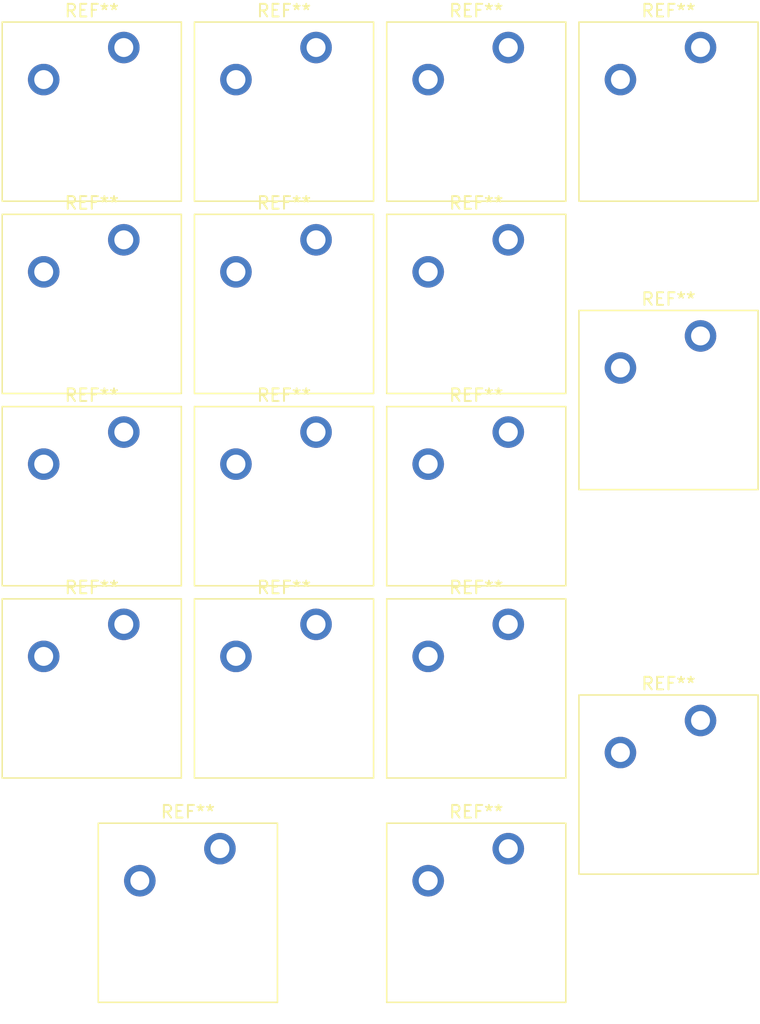
<source format=kicad_pcb>
(kicad_pcb (version 20221018) (generator pcbnew)
  (title_block (title "unpad") (date "21/09/23") (rev "0.1"))
  (layers (0 "F.Cu" signal) (31 "B.Cu" signal) (34 "B.Paste" user) (35 "F.Paste" user) (36 "B.SilkS" user "B.Silkscreen") (37 "F.SilkS" user "F.Silkscreen") (38 "B.Mask" user) (39 "F.Mask" user) (44 "Edge.Cuts" user))
  (net 0 "")
  (footprint "unkeyboard:SW_Cherry_MX_PCB" (layer "F.Cu") (at 88.9 114.3)
    (fp_text reference "REF**" (at 0 -8) (layer "F.SilkS"))
    (fp_text value "SW_Cherry_MX_PCB")
    (fp_line (start -7.1 -7.1) (end -7.1 7.1) (stroke (width 0.12)) (layer "F.SilkS"))
    (fp_line (start -7.1 7.1) (end 7.1 7.1) (stroke (width 0.12)) (layer "F.SilkS"))
    (fp_line (start 7.1 -7.1) (end -7.1 -7.1) (stroke (width 0.12)) (layer "F.SilkS"))
    (fp_line (start 7.1 7.1) (end 7.1 -7.1) (stroke (width 0.12)) (layer "F.SilkS"))
    (pad "" np_thru_hole circle (at -5.08 0) (size 1.75 1.75) (drill 1.75) (layers "F&B.Cu" "*.Mask"))
    (pad "" np_thru_hole circle (at 0 0) (size 4 4) (drill 4) (layers "F&B.Cu" "*.Mask"))
    (pad "" np_thru_hole circle (at 5.08 0) (size 1.75 1.75) (drill 1.75) (layers "F&B.Cu" "*.Mask"))
    (pad "1" thru_hole circle (at -3.81 -2.54) (size 2.5 2.5) (drill 1.5) (layers "*.Cu" "B.Mask"))
    (pad "2" thru_hole circle (at 2.54 -5.08) (size 2.5 2.5) (drill 1.5) (layers "*.Cu" "B.Mask"))
  )
  (footprint "unkeyboard:SW_Cherry_MX_PCB" (layer "F.Cu") (at 88.9 68.58)
    (fp_text reference "REF**" (at 0 -8) (layer "F.SilkS"))
    (fp_text value "SW_Cherry_MX_PCB")
    (fp_line (start -7.1 -7.1) (end -7.1 7.1) (stroke (width 0.12)) (layer "F.SilkS"))
    (fp_line (start -7.1 7.1) (end 7.1 7.1) (stroke (width 0.12)) (layer "F.SilkS"))
    (fp_line (start 7.1 -7.1) (end -7.1 -7.1) (stroke (width 0.12)) (layer "F.SilkS"))
    (fp_line (start 7.1 7.1) (end 7.1 -7.1) (stroke (width 0.12)) (layer "F.SilkS"))
    (pad "" np_thru_hole circle (at -5.08 0) (size 1.75 1.75) (drill 1.75) (layers "F&B.Cu" "*.Mask"))
    (pad "" np_thru_hole circle (at 0 0) (size 4 4) (drill 4) (layers "F&B.Cu" "*.Mask"))
    (pad "" np_thru_hole circle (at 5.08 0) (size 1.75 1.75) (drill 1.75) (layers "F&B.Cu" "*.Mask"))
    (pad "1" thru_hole circle (at -3.81 -2.54) (size 2.5 2.5) (drill 1.5) (layers "*.Cu" "B.Mask"))
    (pad "2" thru_hole circle (at 2.54 -5.08) (size 2.5 2.5) (drill 1.5) (layers "*.Cu" "B.Mask"))
  )
  (footprint "unkeyboard:SW_Cherry_MX_PCB" (layer "F.Cu") (at 58.42 114.3)
    (fp_text reference "REF**" (at 0 -8) (layer "F.SilkS"))
    (fp_text value "SW_Cherry_MX_PCB")
    (fp_line (start -7.1 -7.1) (end -7.1 7.1) (stroke (width 0.12)) (layer "F.SilkS"))
    (fp_line (start -7.1 7.1) (end 7.1 7.1) (stroke (width 0.12)) (layer "F.SilkS"))
    (fp_line (start 7.1 -7.1) (end -7.1 -7.1) (stroke (width 0.12)) (layer "F.SilkS"))
    (fp_line (start 7.1 7.1) (end 7.1 -7.1) (stroke (width 0.12)) (layer "F.SilkS"))
    (pad "" np_thru_hole circle (at -5.08 0) (size 1.75 1.75) (drill 1.75) (layers "F&B.Cu" "*.Mask"))
    (pad "" np_thru_hole circle (at 0 0) (size 4 4) (drill 4) (layers "F&B.Cu" "*.Mask"))
    (pad "" np_thru_hole circle (at 5.08 0) (size 1.75 1.75) (drill 1.75) (layers "F&B.Cu" "*.Mask"))
    (pad "1" thru_hole circle (at -3.81 -2.54) (size 2.5 2.5) (drill 1.5) (layers "*.Cu" "B.Mask"))
    (pad "2" thru_hole circle (at 2.54 -5.08) (size 2.5 2.5) (drill 1.5) (layers "*.Cu" "B.Mask"))
  )
  (footprint "unkeyboard:SW_Cherry_MX_PCB" (layer "F.Cu") (at 73.66 68.58)
    (fp_text reference "REF**" (at 0 -8) (layer "F.SilkS"))
    (fp_text value "SW_Cherry_MX_PCB")
    (fp_line (start -7.1 -7.1) (end -7.1 7.1) (stroke (width 0.12)) (layer "F.SilkS"))
    (fp_line (start -7.1 7.1) (end 7.1 7.1) (stroke (width 0.12)) (layer "F.SilkS"))
    (fp_line (start 7.1 -7.1) (end -7.1 -7.1) (stroke (width 0.12)) (layer "F.SilkS"))
    (fp_line (start 7.1 7.1) (end 7.1 -7.1) (stroke (width 0.12)) (layer "F.SilkS"))
    (pad "" np_thru_hole circle (at -5.08 0) (size 1.75 1.75) (drill 1.75) (layers "F&B.Cu" "*.Mask"))
    (pad "" np_thru_hole circle (at 0 0) (size 4 4) (drill 4) (layers "F&B.Cu" "*.Mask"))
    (pad "" np_thru_hole circle (at 5.08 0) (size 1.75 1.75) (drill 1.75) (layers "F&B.Cu" "*.Mask"))
    (pad "1" thru_hole circle (at -3.81 -2.54) (size 2.5 2.5) (drill 1.5) (layers "*.Cu" "B.Mask"))
    (pad "2" thru_hole circle (at 2.54 -5.08) (size 2.5 2.5) (drill 1.5) (layers "*.Cu" "B.Mask"))
  )
  (footprint "unkeyboard:SW_Cherry_MX_PCB" (layer "F.Cu") (at 104.14 121.92)
    (fp_text reference "REF**" (at 0 -8) (layer "F.SilkS"))
    (fp_text value "SW_Cherry_MX_PCB")
    (fp_line (start -7.1 -7.1) (end -7.1 7.1) (stroke (width 0.12)) (layer "F.SilkS"))
    (fp_line (start -7.1 7.1) (end 7.1 7.1) (stroke (width 0.12)) (layer "F.SilkS"))
    (fp_line (start 7.1 -7.1) (end -7.1 -7.1) (stroke (width 0.12)) (layer "F.SilkS"))
    (fp_line (start 7.1 7.1) (end 7.1 -7.1) (stroke (width 0.12)) (layer "F.SilkS"))
    (pad "" np_thru_hole circle (at -5.08 0) (size 1.75 1.75) (drill 1.75) (layers "F&B.Cu" "*.Mask"))
    (pad "" np_thru_hole circle (at 0 0) (size 4 4) (drill 4) (layers "F&B.Cu" "*.Mask"))
    (pad "" np_thru_hole circle (at 5.08 0) (size 1.75 1.75) (drill 1.75) (layers "F&B.Cu" "*.Mask"))
    (pad "1" thru_hole circle (at -3.81 -2.54) (size 2.5 2.5) (drill 1.5) (layers "*.Cu" "B.Mask"))
    (pad "2" thru_hole circle (at 2.54 -5.08) (size 2.5 2.5) (drill 1.5) (layers "*.Cu" "B.Mask"))
  )
  (footprint "unkeyboard:SW_Cherry_MX_PCB" (layer "F.Cu") (at 73.66 99.06)
    (fp_text reference "REF**" (at 0 -8) (layer "F.SilkS"))
    (fp_text value "SW_Cherry_MX_PCB")
    (fp_line (start -7.1 -7.1) (end -7.1 7.1) (stroke (width 0.12)) (layer "F.SilkS"))
    (fp_line (start -7.1 7.1) (end 7.1 7.1) (stroke (width 0.12)) (layer "F.SilkS"))
    (fp_line (start 7.1 -7.1) (end -7.1 -7.1) (stroke (width 0.12)) (layer "F.SilkS"))
    (fp_line (start 7.1 7.1) (end 7.1 -7.1) (stroke (width 0.12)) (layer "F.SilkS"))
    (pad "" np_thru_hole circle (at -5.08 0) (size 1.75 1.75) (drill 1.75) (layers "F&B.Cu" "*.Mask"))
    (pad "" np_thru_hole circle (at 0 0) (size 4 4) (drill 4) (layers "F&B.Cu" "*.Mask"))
    (pad "" np_thru_hole circle (at 5.08 0) (size 1.75 1.75) (drill 1.75) (layers "F&B.Cu" "*.Mask"))
    (pad "1" thru_hole circle (at -3.81 -2.54) (size 2.5 2.5) (drill 1.5) (layers "*.Cu" "B.Mask"))
    (pad "2" thru_hole circle (at 2.54 -5.08) (size 2.5 2.5) (drill 1.5) (layers "*.Cu" "B.Mask"))
  )
  (footprint "unkeyboard:SW_Cherry_MX_PCB" (layer "F.Cu") (at 88.9 83.82)
    (fp_text reference "REF**" (at 0 -8) (layer "F.SilkS"))
    (fp_text value "SW_Cherry_MX_PCB")
    (fp_line (start -7.1 -7.1) (end -7.1 7.1) (stroke (width 0.12)) (layer "F.SilkS"))
    (fp_line (start -7.1 7.1) (end 7.1 7.1) (stroke (width 0.12)) (layer "F.SilkS"))
    (fp_line (start 7.1 -7.1) (end -7.1 -7.1) (stroke (width 0.12)) (layer "F.SilkS"))
    (fp_line (start 7.1 7.1) (end 7.1 -7.1) (stroke (width 0.12)) (layer "F.SilkS"))
    (pad "" np_thru_hole circle (at -5.08 0) (size 1.75 1.75) (drill 1.75) (layers "F&B.Cu" "*.Mask"))
    (pad "" np_thru_hole circle (at 0 0) (size 4 4) (drill 4) (layers "F&B.Cu" "*.Mask"))
    (pad "" np_thru_hole circle (at 5.08 0) (size 1.75 1.75) (drill 1.75) (layers "F&B.Cu" "*.Mask"))
    (pad "1" thru_hole circle (at -3.81 -2.54) (size 2.5 2.5) (drill 1.5) (layers "*.Cu" "B.Mask"))
    (pad "2" thru_hole circle (at 2.54 -5.08) (size 2.5 2.5) (drill 1.5) (layers "*.Cu" "B.Mask"))
  )
  (footprint "unkeyboard:SW_Cherry_MX_PCB" (layer "F.Cu") (at 58.42 99.06)
    (fp_text reference "REF**" (at 0 -8) (layer "F.SilkS"))
    (fp_text value "SW_Cherry_MX_PCB")
    (fp_line (start -7.1 -7.1) (end -7.1 7.1) (stroke (width 0.12)) (layer "F.SilkS"))
    (fp_line (start -7.1 7.1) (end 7.1 7.1) (stroke (width 0.12)) (layer "F.SilkS"))
    (fp_line (start 7.1 -7.1) (end -7.1 -7.1) (stroke (width 0.12)) (layer "F.SilkS"))
    (fp_line (start 7.1 7.1) (end 7.1 -7.1) (stroke (width 0.12)) (layer "F.SilkS"))
    (pad "" np_thru_hole circle (at -5.08 0) (size 1.75 1.75) (drill 1.75) (layers "F&B.Cu" "*.Mask"))
    (pad "" np_thru_hole circle (at 0 0) (size 4 4) (drill 4) (layers "F&B.Cu" "*.Mask"))
    (pad "" np_thru_hole circle (at 5.08 0) (size 1.75 1.75) (drill 1.75) (layers "F&B.Cu" "*.Mask"))
    (pad "1" thru_hole circle (at -3.81 -2.54) (size 2.5 2.5) (drill 1.5) (layers "*.Cu" "B.Mask"))
    (pad "2" thru_hole circle (at 2.54 -5.08) (size 2.5 2.5) (drill 1.5) (layers "*.Cu" "B.Mask"))
  )
  (footprint "unkeyboard:SW_Cherry_MX_PCB" (layer "F.Cu") (at 88.9 99.06)
    (fp_text reference "REF**" (at 0 -8) (layer "F.SilkS"))
    (fp_text value "SW_Cherry_MX_PCB")
    (fp_line (start -7.1 -7.1) (end -7.1 7.1) (stroke (width 0.12)) (layer "F.SilkS"))
    (fp_line (start -7.1 7.1) (end 7.1 7.1) (stroke (width 0.12)) (layer "F.SilkS"))
    (fp_line (start 7.1 -7.1) (end -7.1 -7.1) (stroke (width 0.12)) (layer "F.SilkS"))
    (fp_line (start 7.1 7.1) (end 7.1 -7.1) (stroke (width 0.12)) (layer "F.SilkS"))
    (pad "" np_thru_hole circle (at -5.08 0) (size 1.75 1.75) (drill 1.75) (layers "F&B.Cu" "*.Mask"))
    (pad "" np_thru_hole circle (at 0 0) (size 4 4) (drill 4) (layers "F&B.Cu" "*.Mask"))
    (pad "" np_thru_hole circle (at 5.08 0) (size 1.75 1.75) (drill 1.75) (layers "F&B.Cu" "*.Mask"))
    (pad "1" thru_hole circle (at -3.81 -2.54) (size 2.5 2.5) (drill 1.5) (layers "*.Cu" "B.Mask"))
    (pad "2" thru_hole circle (at 2.54 -5.08) (size 2.5 2.5) (drill 1.5) (layers "*.Cu" "B.Mask"))
  )
  (footprint "unkeyboard:SW_Cherry_MX_PCB" (layer "F.Cu") (at 104.14 68.58)
    (fp_text reference "REF**" (at 0 -8) (layer "F.SilkS"))
    (fp_text value "SW_Cherry_MX_PCB")
    (fp_line (start -7.1 -7.1) (end -7.1 7.1) (stroke (width 0.12)) (layer "F.SilkS"))
    (fp_line (start -7.1 7.1) (end 7.1 7.1) (stroke (width 0.12)) (layer "F.SilkS"))
    (fp_line (start 7.1 -7.1) (end -7.1 -7.1) (stroke (width 0.12)) (layer "F.SilkS"))
    (fp_line (start 7.1 7.1) (end 7.1 -7.1) (stroke (width 0.12)) (layer "F.SilkS"))
    (pad "" np_thru_hole circle (at -5.08 0) (size 1.75 1.75) (drill 1.75) (layers "F&B.Cu" "*.Mask"))
    (pad "" np_thru_hole circle (at 0 0) (size 4 4) (drill 4) (layers "F&B.Cu" "*.Mask"))
    (pad "" np_thru_hole circle (at 5.08 0) (size 1.75 1.75) (drill 1.75) (layers "F&B.Cu" "*.Mask"))
    (pad "1" thru_hole circle (at -3.81 -2.54) (size 2.5 2.5) (drill 1.5) (layers "*.Cu" "B.Mask"))
    (pad "2" thru_hole circle (at 2.54 -5.08) (size 2.5 2.5) (drill 1.5) (layers "*.Cu" "B.Mask"))
  )
  (footprint "unkeyboard:SW_Cherry_MX_PCB" (layer "F.Cu") (at 58.42 68.58)
    (fp_text reference "REF**" (at 0 -8) (layer "F.SilkS"))
    (fp_text value "SW_Cherry_MX_PCB")
    (fp_line (start -7.1 -7.1) (end -7.1 7.1) (stroke (width 0.12)) (layer "F.SilkS"))
    (fp_line (start -7.1 7.1) (end 7.1 7.1) (stroke (width 0.12)) (layer "F.SilkS"))
    (fp_line (start 7.1 -7.1) (end -7.1 -7.1) (stroke (width 0.12)) (layer "F.SilkS"))
    (fp_line (start 7.1 7.1) (end 7.1 -7.1) (stroke (width 0.12)) (layer "F.SilkS"))
    (pad "" np_thru_hole circle (at -5.08 0) (size 1.75 1.75) (drill 1.75) (layers "*.Cu" "*.Mask"))
    (pad "" np_thru_hole circle (at 0 0) (size 4 4) (drill 4) (layers "*.Cu" "*.Mask"))
    (pad "" np_thru_hole circle (at 5.08 0) (size 1.75 1.75) (drill 1.75) (layers "*.Cu" "*.Mask"))
    (pad "1" thru_hole circle (at -3.81 -2.54) (size 2.5 2.5) (drill 1.5) (layers "*.Cu" "B.Mask"))
    (pad "2" thru_hole circle (at 2.54 -5.08) (size 2.5 2.5) (drill 1.5) (layers "*.Cu" "B.Mask"))
  )
  (footprint "unkeyboard:SW_Cherry_MX_PCB" (layer "F.Cu") (at 88.9 132.08)
    (fp_text reference "REF**" (at 0 -8) (layer "F.SilkS"))
    (fp_text value "SW_Cherry_MX_PCB")
    (fp_line (start -7.1 -7.1) (end -7.1 7.1) (stroke (width 0.12)) (layer "F.SilkS"))
    (fp_line (start -7.1 7.1) (end 7.1 7.1) (stroke (width 0.12)) (layer "F.SilkS"))
    (fp_line (start 7.1 -7.1) (end -7.1 -7.1) (stroke (width 0.12)) (layer "F.SilkS"))
    (fp_line (start 7.1 7.1) (end 7.1 -7.1) (stroke (width 0.12)) (layer "F.SilkS"))
    (pad "" np_thru_hole circle (at -5.08 0) (size 1.75 1.75) (drill 1.75) (layers "F&B.Cu" "*.Mask"))
    (pad "" np_thru_hole circle (at 0 0) (size 4 4) (drill 4) (layers "F&B.Cu" "*.Mask"))
    (pad "" np_thru_hole circle (at 5.08 0) (size 1.75 1.75) (drill 1.75) (layers "F&B.Cu" "*.Mask"))
    (pad "1" thru_hole circle (at -3.81 -2.54) (size 2.5 2.5) (drill 1.5) (layers "*.Cu" "B.Mask"))
    (pad "2" thru_hole circle (at 2.54 -5.08) (size 2.5 2.5) (drill 1.5) (layers "*.Cu" "B.Mask"))
  )
  (footprint "unkeyboard:SW_Cherry_MX_PCB" (layer "F.Cu") (at 73.66 83.82)
    (fp_text reference "REF**" (at 0 -8) (layer "F.SilkS"))
    (fp_text value "SW_Cherry_MX_PCB")
    (fp_line (start -7.1 -7.1) (end -7.1 7.1) (stroke (width 0.12)) (layer "F.SilkS"))
    (fp_line (start -7.1 7.1) (end 7.1 7.1) (stroke (width 0.12)) (layer "F.SilkS"))
    (fp_line (start 7.1 -7.1) (end -7.1 -7.1) (stroke (width 0.12)) (layer "F.SilkS"))
    (fp_line (start 7.1 7.1) (end 7.1 -7.1) (stroke (width 0.12)) (layer "F.SilkS"))
    (pad "" np_thru_hole circle (at -5.08 0) (size 1.75 1.75) (drill 1.75) (layers "F&B.Cu" "*.Mask"))
    (pad "" np_thru_hole circle (at 0 0) (size 4 4) (drill 4) (layers "F&B.Cu" "*.Mask"))
    (pad "" np_thru_hole circle (at 5.08 0) (size 1.75 1.75) (drill 1.75) (layers "F&B.Cu" "*.Mask"))
    (pad "1" thru_hole circle (at -3.81 -2.54) (size 2.5 2.5) (drill 1.5) (layers "*.Cu" "B.Mask"))
    (pad "2" thru_hole circle (at 2.54 -5.08) (size 2.5 2.5) (drill 1.5) (layers "*.Cu" "B.Mask"))
  )
  (footprint "unkeyboard:SW_Cherry_MX_PCB" (layer "F.Cu") (at 66.04 132.08)
    (fp_text reference "REF**" (at 0 -8) (layer "F.SilkS"))
    (fp_text value "SW_Cherry_MX_PCB")
    (fp_line (start -7.1 -7.1) (end -7.1 7.1) (stroke (width 0.12)) (layer "F.SilkS"))
    (fp_line (start -7.1 7.1) (end 7.1 7.1) (stroke (width 0.12)) (layer "F.SilkS"))
    (fp_line (start 7.1 -7.1) (end -7.1 -7.1) (stroke (width 0.12)) (layer "F.SilkS"))
    (fp_line (start 7.1 7.1) (end 7.1 -7.1) (stroke (width 0.12)) (layer "F.SilkS"))
    (pad "" np_thru_hole circle (at -5.08 0) (size 1.75 1.75) (drill 1.75) (layers "F&B.Cu" "*.Mask"))
    (pad "" np_thru_hole circle (at 0 0) (size 4 4) (drill 4) (layers "F&B.Cu" "*.Mask"))
    (pad "" np_thru_hole circle (at 5.08 0) (size 1.75 1.75) (drill 1.75) (layers "F&B.Cu" "*.Mask"))
    (pad "1" thru_hole circle (at -3.81 -2.54) (size 2.5 2.5) (drill 1.5) (layers "*.Cu" "B.Mask"))
    (pad "2" thru_hole circle (at 2.54 -5.08) (size 2.5 2.5) (drill 1.5) (layers "*.Cu" "B.Mask"))
  )
  (footprint "unkeyboard:SW_Cherry_MX_PCB" (layer "F.Cu") (at 73.66 114.3)
    (fp_text reference "REF**" (at 0 -8) (layer "F.SilkS"))
    (fp_text value "SW_Cherry_MX_PCB")
    (fp_line (start -7.1 -7.1) (end -7.1 7.1) (stroke (width 0.12)) (layer "F.SilkS"))
    (fp_line (start -7.1 7.1) (end 7.1 7.1) (stroke (width 0.12)) (layer "F.SilkS"))
    (fp_line (start 7.1 -7.1) (end -7.1 -7.1) (stroke (width 0.12)) (layer "F.SilkS"))
    (fp_line (start 7.1 7.1) (end 7.1 -7.1) (stroke (width 0.12)) (layer "F.SilkS"))
    (pad "" np_thru_hole circle (at -5.08 0) (size 1.75 1.75) (drill 1.75) (layers "F&B.Cu" "*.Mask"))
    (pad "" np_thru_hole circle (at 0 0) (size 4 4) (drill 4) (layers "F&B.Cu" "*.Mask"))
    (pad "" np_thru_hole circle (at 5.08 0) (size 1.75 1.75) (drill 1.75) (layers "F&B.Cu" "*.Mask"))
    (pad "1" thru_hole circle (at -3.81 -2.54) (size 2.5 2.5) (drill 1.5) (layers "*.Cu" "B.Mask"))
    (pad "2" thru_hole circle (at 2.54 -5.08) (size 2.5 2.5) (drill 1.5) (layers "*.Cu" "B.Mask"))
  )
  (footprint "unkeyboard:SW_Cherry_MX_PCB" (layer "F.Cu") (at 58.42 83.82)
    (fp_text reference "REF**" (at 0 -8) (layer "F.SilkS"))
    (fp_text value "SW_Cherry_MX_PCB")
    (fp_line (start -7.1 -7.1) (end -7.1 7.1) (stroke (width 0.12)) (layer "F.SilkS"))
    (fp_line (start -7.1 7.1) (end 7.1 7.1) (stroke (width 0.12)) (layer "F.SilkS"))
    (fp_line (start 7.1 -7.1) (end -7.1 -7.1) (stroke (width 0.12)) (layer "F.SilkS"))
    (fp_line (start 7.1 7.1) (end 7.1 -7.1) (stroke (width 0.12)) (layer "F.SilkS"))
    (pad "" np_thru_hole circle (at -5.08 0) (size 1.75 1.75) (drill 1.75) (layers "F&B.Cu" "*.Mask"))
    (pad "" np_thru_hole circle (at 0 0) (size 4 4) (drill 4) (layers "F&B.Cu" "*.Mask"))
    (pad "" np_thru_hole circle (at 5.08 0) (size 1.75 1.75) (drill 1.75) (layers "F&B.Cu" "*.Mask"))
    (pad "1" thru_hole circle (at -3.81 -2.54) (size 2.5 2.5) (drill 1.5) (layers "*.Cu" "B.Mask"))
    (pad "2" thru_hole circle (at 2.54 -5.08) (size 2.5 2.5) (drill 1.5) (layers "*.Cu" "B.Mask"))
  )
  (footprint "unkeyboard:SW_Cherry_MX_PCB" (layer "F.Cu") (at 104.14 91.44)
    (fp_text reference "REF**" (at 0 -8) (layer "F.SilkS"))
    (fp_text value "SW_Cherry_MX_PCB")
    (fp_line (start -7.1 -7.1) (end -7.1 7.1) (stroke (width 0.12)) (layer "F.SilkS"))
    (fp_line (start -7.1 7.1) (end 7.1 7.1) (stroke (width 0.12)) (layer "F.SilkS"))
    (fp_line (start 7.1 -7.1) (end -7.1 -7.1) (stroke (width 0.12)) (layer "F.SilkS"))
    (fp_line (start 7.1 7.1) (end 7.1 -7.1) (stroke (width 0.12)) (layer "F.SilkS"))
    (pad "" np_thru_hole circle (at -5.08 0) (size 1.75 1.75) (drill 1.75) (layers "F&B.Cu" "*.Mask"))
    (pad "" np_thru_hole circle (at 0 0) (size 4 4) (drill 4) (layers "F&B.Cu" "*.Mask"))
    (pad "" np_thru_hole circle (at 5.08 0) (size 1.75 1.75) (drill 1.75) (layers "F&B.Cu" "*.Mask"))
    (pad "1" thru_hole circle (at -3.81 -2.54) (size 2.5 2.5) (drill 1.5) (layers "*.Cu" "B.Mask"))
    (pad "2" thru_hole circle (at 2.54 -5.08) (size 2.5 2.5) (drill 1.5) (layers "*.Cu" "B.Mask"))
  )
)
</source>
